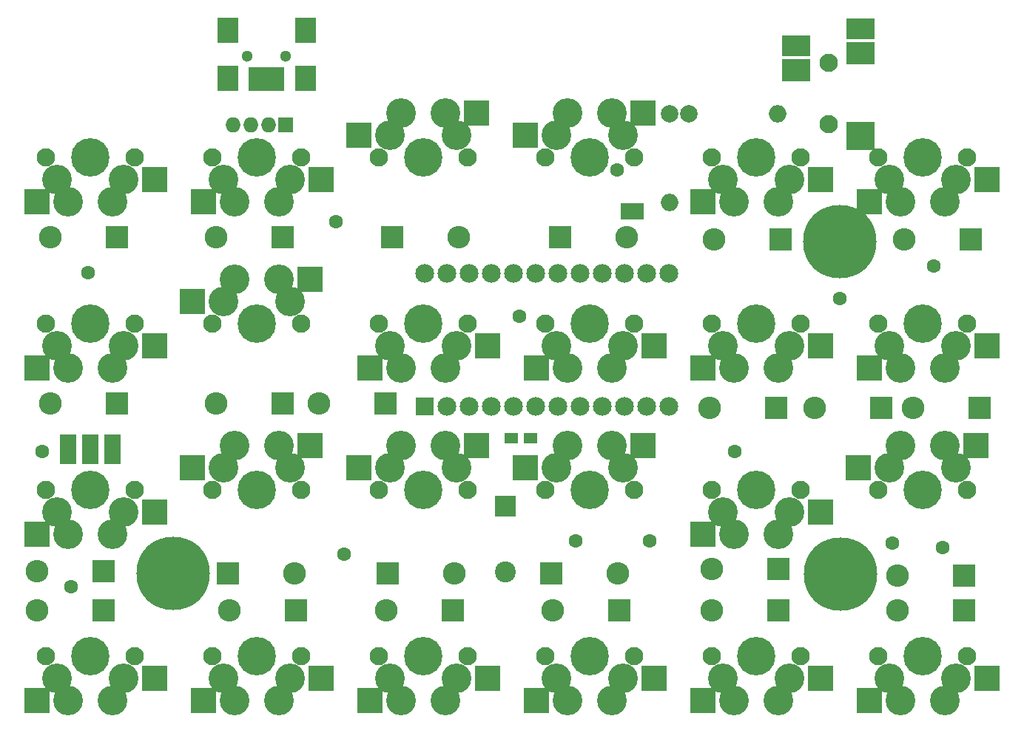
<source format=gbr>
%TF.GenerationSoftware,KiCad,Pcbnew,(2017-09-19 revision dddaa7e69)-makepkg*%
%TF.CreationDate,2017-10-17T20:10:02+02:00*%
%TF.ProjectId,lets_split,6C6574735F73706C69742E6B69636164,rev?*%
%TF.SameCoordinates,Original*%
%TF.FileFunction,Soldermask,Bot*%
%TF.FilePolarity,Negative*%
%FSLAX46Y46*%
G04 Gerber Fmt 4.6, Leading zero omitted, Abs format (unit mm)*
G04 Created by KiCad (PCBNEW (2017-09-19 revision dddaa7e69)-makepkg) date 10/17/17 20:10:02*
%MOMM*%
%LPD*%
G01*
G04 APERTURE LIST*
%ADD10C,2.400000*%
%ADD11R,2.400000X2.400000*%
%ADD12C,1.600000*%
%ADD13C,4.400000*%
%ADD14C,2.100000*%
%ADD15C,3.400000*%
%ADD16R,2.950000X2.900000*%
%ADD17O,1.750000X1.750000*%
%ADD18R,1.750000X1.750000*%
%ADD19R,2.152600X2.152600*%
%ADD20C,2.152600*%
%ADD21R,1.400000X1.900000*%
%ADD22C,8.400000*%
%ADD23C,2.000000*%
%ADD24O,2.000000X2.000000*%
%ADD25R,2.600000X2.600000*%
%ADD26O,2.600000X2.600000*%
%ADD27R,3.200000X2.400000*%
%ADD28R,3.200000X2.600000*%
%ADD29R,3.200000X3.200000*%
%ADD30R,2.400000X2.900000*%
%ADD31R,0.900000X2.700000*%
%ADD32C,1.300000*%
%ADD33R,1.900000X3.400000*%
%ADD34R,1.600000X1.300000*%
G04 APERTURE END LIST*
D10*
%TO.C,J1*%
X138000000Y-120350000D03*
D11*
X138000000Y-112750000D03*
%TD*%
D12*
%TO.C,REF\002A\002A*%
X139600000Y-91000000D03*
%TD*%
D13*
%TO.C,SW1*%
X90500000Y-72850000D03*
D14*
X85420000Y-72850000D03*
D15*
X94310000Y-75390000D03*
X87960000Y-77930000D03*
D16*
X84410000Y-77930000D03*
X97860000Y-75390000D03*
D14*
X95580000Y-72850000D03*
D15*
X93040000Y-77930000D03*
X86690000Y-75390000D03*
%TD*%
D13*
%TO.C,SW5*%
X166700000Y-72850000D03*
D14*
X161620000Y-72850000D03*
D15*
X170510000Y-75390000D03*
X164160000Y-77930000D03*
D16*
X160610000Y-77930000D03*
X174060000Y-75390000D03*
D14*
X171780000Y-72850000D03*
D15*
X169240000Y-77930000D03*
X162890000Y-75390000D03*
%TD*%
D13*
%TO.C,SW3*%
X128600000Y-72850000D03*
D14*
X133680000Y-72850000D03*
D15*
X124790000Y-70310000D03*
X131140000Y-67770000D03*
D16*
X134690000Y-67770000D03*
X121240000Y-70310000D03*
D14*
X123520000Y-72850000D03*
D15*
X126060000Y-67770000D03*
X132410000Y-70310000D03*
%TD*%
D13*
%TO.C,SW12*%
X185750000Y-91900000D03*
D14*
X180670000Y-91900000D03*
D15*
X189560000Y-94440000D03*
X183210000Y-96980000D03*
D16*
X179660000Y-96980000D03*
X193110000Y-94440000D03*
D14*
X190830000Y-91900000D03*
D15*
X188290000Y-96980000D03*
X181940000Y-94440000D03*
%TD*%
D13*
%TO.C,SW2*%
X109550000Y-72850000D03*
D14*
X104470000Y-72850000D03*
D15*
X113360000Y-75390000D03*
X107010000Y-77930000D03*
D16*
X103460000Y-77930000D03*
X116910000Y-75390000D03*
D14*
X114630000Y-72850000D03*
D15*
X112090000Y-77930000D03*
X105740000Y-75390000D03*
%TD*%
D13*
%TO.C,SW4*%
X147650000Y-72850000D03*
D14*
X152730000Y-72850000D03*
D15*
X143840000Y-70310000D03*
X150190000Y-67770000D03*
D16*
X153740000Y-67770000D03*
X140290000Y-70310000D03*
D14*
X142570000Y-72850000D03*
D15*
X145110000Y-67770000D03*
X151460000Y-70310000D03*
%TD*%
D13*
%TO.C,SW6*%
X185750000Y-72850000D03*
D14*
X180670000Y-72850000D03*
D15*
X189560000Y-75390000D03*
X183210000Y-77930000D03*
D16*
X179660000Y-77930000D03*
X193110000Y-75390000D03*
D14*
X190830000Y-72850000D03*
D15*
X188290000Y-77930000D03*
X181940000Y-75390000D03*
%TD*%
D13*
%TO.C,SW7*%
X90500000Y-91900000D03*
D14*
X85420000Y-91900000D03*
D15*
X94310000Y-94440000D03*
X87960000Y-96980000D03*
D16*
X84410000Y-96980000D03*
X97860000Y-94440000D03*
D14*
X95580000Y-91900000D03*
D15*
X93040000Y-96980000D03*
X86690000Y-94440000D03*
%TD*%
D13*
%TO.C,SW8*%
X109550000Y-91900000D03*
D14*
X114630000Y-91900000D03*
D15*
X105740000Y-89360000D03*
X112090000Y-86820000D03*
D16*
X115640000Y-86820000D03*
X102190000Y-89360000D03*
D14*
X104470000Y-91900000D03*
D15*
X107010000Y-86820000D03*
X113360000Y-89360000D03*
%TD*%
D13*
%TO.C,SW9*%
X128600000Y-91900000D03*
D14*
X123520000Y-91900000D03*
D15*
X132410000Y-94440000D03*
X126060000Y-96980000D03*
D16*
X122510000Y-96980000D03*
X135960000Y-94440000D03*
D14*
X133680000Y-91900000D03*
D15*
X131140000Y-96980000D03*
X124790000Y-94440000D03*
%TD*%
D13*
%TO.C,SW10*%
X147650000Y-91900000D03*
D14*
X142570000Y-91900000D03*
D15*
X151460000Y-94440000D03*
X145110000Y-96980000D03*
D16*
X141560000Y-96980000D03*
X155010000Y-94440000D03*
D14*
X152730000Y-91900000D03*
D15*
X150190000Y-96980000D03*
X143840000Y-94440000D03*
%TD*%
D13*
%TO.C,SW11*%
X166700000Y-91900000D03*
D14*
X161620000Y-91900000D03*
D15*
X170510000Y-94440000D03*
X164160000Y-96980000D03*
D16*
X160610000Y-96980000D03*
X174060000Y-94440000D03*
D14*
X171780000Y-91900000D03*
D15*
X169240000Y-96980000D03*
X162890000Y-94440000D03*
%TD*%
D13*
%TO.C,SW13*%
X90500000Y-110950000D03*
D14*
X85420000Y-110950000D03*
D15*
X94310000Y-113490000D03*
X87960000Y-116030000D03*
D16*
X84410000Y-116030000D03*
X97860000Y-113490000D03*
D14*
X95580000Y-110950000D03*
D15*
X93040000Y-116030000D03*
X86690000Y-113490000D03*
%TD*%
D13*
%TO.C,SW14*%
X109550000Y-110950000D03*
D14*
X114630000Y-110950000D03*
D15*
X105740000Y-108410000D03*
X112090000Y-105870000D03*
D16*
X115640000Y-105870000D03*
X102190000Y-108410000D03*
D14*
X104470000Y-110950000D03*
D15*
X107010000Y-105870000D03*
X113360000Y-108410000D03*
%TD*%
D13*
%TO.C,SW15*%
X128600000Y-110950000D03*
D14*
X133680000Y-110950000D03*
D15*
X124790000Y-108410000D03*
X131140000Y-105870000D03*
D16*
X134690000Y-105870000D03*
X121240000Y-108410000D03*
D14*
X123520000Y-110950000D03*
D15*
X126060000Y-105870000D03*
X132410000Y-108410000D03*
%TD*%
D13*
%TO.C,SW16*%
X147650000Y-110950000D03*
D14*
X152730000Y-110950000D03*
D15*
X143840000Y-108410000D03*
X150190000Y-105870000D03*
D16*
X153740000Y-105870000D03*
X140290000Y-108410000D03*
D14*
X142570000Y-110950000D03*
D15*
X145110000Y-105870000D03*
X151460000Y-108410000D03*
%TD*%
D13*
%TO.C,SW17*%
X166700000Y-110950000D03*
D14*
X161620000Y-110950000D03*
D15*
X170510000Y-113490000D03*
X164160000Y-116030000D03*
D16*
X160610000Y-116030000D03*
X174060000Y-113490000D03*
D14*
X171780000Y-110950000D03*
D15*
X169240000Y-116030000D03*
X162890000Y-113490000D03*
%TD*%
D13*
%TO.C,SW18*%
X185750000Y-110950000D03*
D14*
X190830000Y-110950000D03*
D15*
X181940000Y-108410000D03*
X188290000Y-105870000D03*
D16*
X191840000Y-105870000D03*
X178390000Y-108410000D03*
D14*
X180670000Y-110950000D03*
D15*
X183210000Y-105870000D03*
X189560000Y-108410000D03*
%TD*%
D13*
%TO.C,SW19*%
X90500000Y-130000000D03*
D14*
X85420000Y-130000000D03*
D15*
X94310000Y-132540000D03*
X87960000Y-135080000D03*
D16*
X84410000Y-135080000D03*
X97860000Y-132540000D03*
D14*
X95580000Y-130000000D03*
D15*
X93040000Y-135080000D03*
X86690000Y-132540000D03*
%TD*%
D13*
%TO.C,SW20*%
X109550000Y-130000000D03*
D14*
X104470000Y-130000000D03*
D15*
X113360000Y-132540000D03*
X107010000Y-135080000D03*
D16*
X103460000Y-135080000D03*
X116910000Y-132540000D03*
D14*
X114630000Y-130000000D03*
D15*
X112090000Y-135080000D03*
X105740000Y-132540000D03*
%TD*%
D13*
%TO.C,SW21*%
X128600000Y-130000000D03*
D14*
X123520000Y-130000000D03*
D15*
X132410000Y-132540000D03*
X126060000Y-135080000D03*
D16*
X122510000Y-135080000D03*
X135960000Y-132540000D03*
D14*
X133680000Y-130000000D03*
D15*
X131140000Y-135080000D03*
X124790000Y-132540000D03*
%TD*%
D13*
%TO.C,SW22*%
X147650000Y-130000000D03*
D14*
X142570000Y-130000000D03*
D15*
X151460000Y-132540000D03*
X145110000Y-135080000D03*
D16*
X141560000Y-135080000D03*
X155010000Y-132540000D03*
D14*
X152730000Y-130000000D03*
D15*
X150190000Y-135080000D03*
X143840000Y-132540000D03*
%TD*%
D13*
%TO.C,SW23*%
X166700000Y-130000000D03*
D14*
X161620000Y-130000000D03*
D15*
X170510000Y-132540000D03*
X164160000Y-135080000D03*
D16*
X160610000Y-135080000D03*
X174060000Y-132540000D03*
D14*
X171780000Y-130000000D03*
D15*
X169240000Y-135080000D03*
X162890000Y-132540000D03*
%TD*%
D13*
%TO.C,SW24*%
X185750000Y-130000000D03*
D14*
X180670000Y-130000000D03*
D15*
X189560000Y-132540000D03*
X183210000Y-135080000D03*
D16*
X179660000Y-135080000D03*
X193110000Y-132540000D03*
D14*
X190830000Y-130000000D03*
D15*
X188290000Y-135080000D03*
X181940000Y-132540000D03*
%TD*%
D17*
%TO.C,P1*%
X106850000Y-69100000D03*
X108850000Y-69100000D03*
X110850000Y-69100000D03*
D18*
X112850000Y-69100000D03*
%TD*%
D12*
%TO.C,REF\002A\002A*%
X118600000Y-80200000D03*
%TD*%
%TO.C,REF\002A\002A*%
X188000000Y-117500000D03*
%TD*%
%TO.C,REF\002A\002A*%
X154500000Y-116750000D03*
%TD*%
%TO.C,REF\002A\002A*%
X182250000Y-117000000D03*
%TD*%
%TO.C,REF\002A\002A*%
X164250000Y-106500000D03*
%TD*%
%TO.C,REF\002A\002A*%
X119500000Y-118250000D03*
%TD*%
%TO.C,REF\002A\002A*%
X146000000Y-116800000D03*
%TD*%
%TO.C,REF\002A\002A*%
X187000000Y-85250000D03*
%TD*%
%TO.C,REF\002A\002A*%
X176250000Y-89000000D03*
%TD*%
%TO.C,REF\002A\002A*%
X150750000Y-74250000D03*
%TD*%
%TO.C,REF\002A\002A*%
X88250000Y-122000000D03*
%TD*%
%TO.C,REF\002A\002A*%
X85000000Y-106500000D03*
%TD*%
%TO.C,REF\002A\002A*%
X90250000Y-86000000D03*
%TD*%
D19*
%TO.C,U1*%
X128780000Y-101370000D03*
D20*
X131320000Y-101370000D03*
X133860000Y-101370000D03*
X136400000Y-101370000D03*
X138940000Y-101370000D03*
X141480000Y-101370000D03*
X144020000Y-101370000D03*
X146560000Y-101370000D03*
X149100000Y-101370000D03*
X151640000Y-101370000D03*
X154180000Y-101370000D03*
X156720000Y-101370000D03*
X156720000Y-86130000D03*
X154180000Y-86130000D03*
X151640000Y-86130000D03*
X149100000Y-86130000D03*
X146560000Y-86130000D03*
X144020000Y-86130000D03*
X141480000Y-86130000D03*
X133860000Y-86130000D03*
X131320000Y-86130000D03*
X128780000Y-86130000D03*
X138940000Y-86130000D03*
X136400000Y-86130000D03*
%TD*%
D21*
%TO.C,JP1*%
X153135000Y-79000000D03*
X151865000Y-79000000D03*
%TD*%
D22*
%TO.C,REF\002A\002A*%
X99991000Y-120488000D03*
%TD*%
%TO.C,REF\002A\002A*%
X176350000Y-120550000D03*
%TD*%
%TO.C,REF\002A\002A*%
X176200000Y-82450000D03*
%TD*%
D23*
%TO.C,R2*%
X156800000Y-67800000D03*
D24*
X156800000Y-77960000D03*
%TD*%
%TO.C,R1*%
X169160000Y-67800000D03*
D23*
X159000000Y-67800000D03*
%TD*%
D25*
%TO.C,D12*%
X132000000Y-124750000D03*
D26*
X124380000Y-124750000D03*
%TD*%
D25*
%TO.C,D7*%
X106250000Y-120500000D03*
D26*
X113870000Y-120500000D03*
%TD*%
D25*
%TO.C,D18*%
X181000000Y-101500000D03*
D26*
X173380000Y-101500000D03*
%TD*%
D25*
%TO.C,D9*%
X125000000Y-82000000D03*
D26*
X132620000Y-82000000D03*
%TD*%
D25*
%TO.C,D13*%
X144250000Y-82000000D03*
D26*
X151870000Y-82000000D03*
%TD*%
D27*
%TO.C,P4*%
X178642500Y-58128000D03*
X171242500Y-60028000D03*
D28*
X171242500Y-62828000D03*
X178642500Y-60928000D03*
D29*
X178642500Y-70328000D03*
D14*
X174942500Y-69028000D03*
X174942500Y-62028000D03*
%TD*%
D30*
%TO.C,P2*%
X106200000Y-63750000D03*
X115100000Y-63750000D03*
X115100000Y-58250000D03*
X106200000Y-58250000D03*
D31*
X109050000Y-63850000D03*
X109850000Y-63850000D03*
X110650000Y-63850000D03*
X111450000Y-63850000D03*
X112250000Y-63850000D03*
D32*
X108450000Y-61250000D03*
X112850000Y-61250000D03*
%TD*%
D25*
%TO.C,D1*%
X93500000Y-82000000D03*
D26*
X85880000Y-82000000D03*
%TD*%
D25*
%TO.C,D2*%
X93500000Y-101000000D03*
D26*
X85880000Y-101000000D03*
%TD*%
D25*
%TO.C,D3*%
X92000000Y-120250000D03*
D26*
X84380000Y-120250000D03*
%TD*%
D25*
%TO.C,D4*%
X92000000Y-124750000D03*
D26*
X84380000Y-124750000D03*
%TD*%
D25*
%TO.C,D5*%
X112500000Y-82000000D03*
D26*
X104880000Y-82000000D03*
%TD*%
D25*
%TO.C,D6*%
X112500000Y-101000000D03*
D26*
X104880000Y-101000000D03*
%TD*%
D25*
%TO.C,D8*%
X114000000Y-124750000D03*
D26*
X106380000Y-124750000D03*
%TD*%
D25*
%TO.C,D10*%
X124250000Y-101000000D03*
D26*
X116630000Y-101000000D03*
%TD*%
D25*
%TO.C,D11*%
X124500000Y-120500000D03*
D26*
X132120000Y-120500000D03*
%TD*%
D25*
%TO.C,D14*%
X169000000Y-101500000D03*
D26*
X161380000Y-101500000D03*
%TD*%
D25*
%TO.C,D15*%
X143250000Y-120500000D03*
D26*
X150870000Y-120500000D03*
%TD*%
D25*
%TO.C,D16*%
X151000000Y-124750000D03*
D26*
X143380000Y-124750000D03*
%TD*%
D25*
%TO.C,D17*%
X169500000Y-82250000D03*
D26*
X161880000Y-82250000D03*
%TD*%
D25*
%TO.C,D19*%
X169250000Y-120000000D03*
D26*
X161630000Y-120000000D03*
%TD*%
D25*
%TO.C,D20*%
X169250000Y-124750000D03*
D26*
X161630000Y-124750000D03*
%TD*%
D25*
%TO.C,D21*%
X191250000Y-82250000D03*
D26*
X183630000Y-82250000D03*
%TD*%
D25*
%TO.C,D22*%
X192250000Y-101500000D03*
D26*
X184630000Y-101500000D03*
%TD*%
D25*
%TO.C,D23*%
X190500000Y-120750000D03*
D26*
X182880000Y-120750000D03*
%TD*%
D25*
%TO.C,D24*%
X190500000Y-124750000D03*
D26*
X182880000Y-124750000D03*
%TD*%
D33*
%TO.C,P3*%
X87960000Y-106250000D03*
X90500000Y-106250000D03*
X93040000Y-106250000D03*
%TD*%
D34*
%TO.C,R3*%
X138650000Y-105000000D03*
X140850000Y-105000000D03*
%TD*%
M02*

</source>
